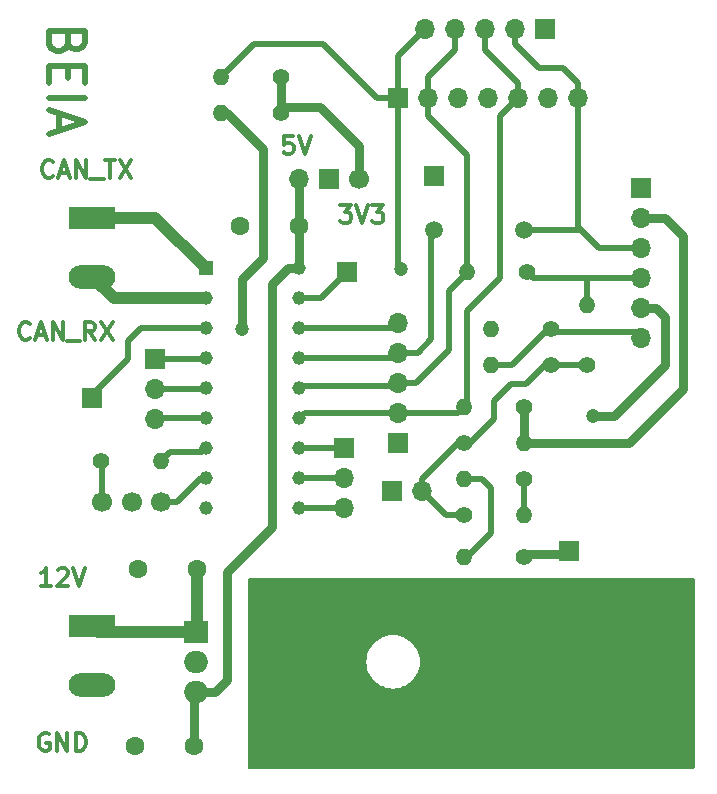
<source format=gbr>
%TF.GenerationSoftware,KiCad,Pcbnew,(6.0.4)*%
%TF.CreationDate,2022-07-11T12:49:23+03:00*%
%TF.ProjectId,V1_mini_mcp2515_based,56315f6d-696e-4695-9f6d-637032353135,rev?*%
%TF.SameCoordinates,Original*%
%TF.FileFunction,Copper,L1,Top*%
%TF.FilePolarity,Positive*%
%FSLAX46Y46*%
G04 Gerber Fmt 4.6, Leading zero omitted, Abs format (unit mm)*
G04 Created by KiCad (PCBNEW (6.0.4)) date 2022-07-11 12:49:23*
%MOMM*%
%LPD*%
G01*
G04 APERTURE LIST*
%ADD10C,0.300000*%
%TA.AperFunction,NonConductor*%
%ADD11C,0.300000*%
%TD*%
%ADD12C,0.500000*%
%TA.AperFunction,NonConductor*%
%ADD13C,0.500000*%
%TD*%
%TA.AperFunction,ComponentPad*%
%ADD14R,1.700000X1.700000*%
%TD*%
%TA.AperFunction,ComponentPad*%
%ADD15O,1.400000X1.400000*%
%TD*%
%TA.AperFunction,ComponentPad*%
%ADD16C,1.400000*%
%TD*%
%TA.AperFunction,ComponentPad*%
%ADD17O,1.700000X1.700000*%
%TD*%
%TA.AperFunction,ComponentPad*%
%ADD18C,1.700000*%
%TD*%
%TA.AperFunction,ComponentPad*%
%ADD19R,3.960000X1.980000*%
%TD*%
%TA.AperFunction,ComponentPad*%
%ADD20O,3.960000X1.980000*%
%TD*%
%TA.AperFunction,ComponentPad*%
%ADD21R,1.159000X1.159000*%
%TD*%
%TA.AperFunction,ComponentPad*%
%ADD22C,1.159000*%
%TD*%
%TA.AperFunction,ComponentPad*%
%ADD23C,1.600000*%
%TD*%
%TA.AperFunction,ComponentPad*%
%ADD24R,2.000000X1.905000*%
%TD*%
%TA.AperFunction,ComponentPad*%
%ADD25O,2.000000X1.905000*%
%TD*%
%TA.AperFunction,ViaPad*%
%ADD26C,1.500000*%
%TD*%
%TA.AperFunction,ViaPad*%
%ADD27C,1.200000*%
%TD*%
%TA.AperFunction,Conductor*%
%ADD28C,0.750000*%
%TD*%
%TA.AperFunction,Conductor*%
%ADD29C,0.500000*%
%TD*%
%TA.AperFunction,Conductor*%
%ADD30C,1.000000*%
%TD*%
G04 APERTURE END LIST*
D10*
D11*
X38735142Y-146062000D02*
X38592285Y-145990571D01*
X38378000Y-145990571D01*
X38163714Y-146062000D01*
X38020857Y-146204857D01*
X37949428Y-146347714D01*
X37878000Y-146633428D01*
X37878000Y-146847714D01*
X37949428Y-147133428D01*
X38020857Y-147276285D01*
X38163714Y-147419142D01*
X38378000Y-147490571D01*
X38520857Y-147490571D01*
X38735142Y-147419142D01*
X38806571Y-147347714D01*
X38806571Y-146847714D01*
X38520857Y-146847714D01*
X39449428Y-147490571D02*
X39449428Y-145990571D01*
X40306571Y-147490571D01*
X40306571Y-145990571D01*
X41020857Y-147490571D02*
X41020857Y-145990571D01*
X41378000Y-145990571D01*
X41592285Y-146062000D01*
X41735142Y-146204857D01*
X41806571Y-146347714D01*
X41878000Y-146633428D01*
X41878000Y-146847714D01*
X41806571Y-147133428D01*
X41735142Y-147276285D01*
X41592285Y-147419142D01*
X41378000Y-147490571D01*
X41020857Y-147490571D01*
D10*
D11*
X38949428Y-133520571D02*
X38092285Y-133520571D01*
X38520857Y-133520571D02*
X38520857Y-132020571D01*
X38378000Y-132234857D01*
X38235142Y-132377714D01*
X38092285Y-132449142D01*
X39520857Y-132163428D02*
X39592285Y-132092000D01*
X39735142Y-132020571D01*
X40092285Y-132020571D01*
X40235142Y-132092000D01*
X40306571Y-132163428D01*
X40378000Y-132306285D01*
X40378000Y-132449142D01*
X40306571Y-132663428D01*
X39449428Y-133520571D01*
X40378000Y-133520571D01*
X40806571Y-132020571D02*
X41306571Y-133520571D01*
X41806571Y-132020571D01*
D10*
D11*
X63420857Y-101286571D02*
X64349428Y-101286571D01*
X63849428Y-101858000D01*
X64063714Y-101858000D01*
X64206571Y-101929428D01*
X64278000Y-102000857D01*
X64349428Y-102143714D01*
X64349428Y-102500857D01*
X64278000Y-102643714D01*
X64206571Y-102715142D01*
X64063714Y-102786571D01*
X63635142Y-102786571D01*
X63492285Y-102715142D01*
X63420857Y-102643714D01*
X64778000Y-101286571D02*
X65278000Y-102786571D01*
X65778000Y-101286571D01*
X66135142Y-101286571D02*
X67063714Y-101286571D01*
X66563714Y-101858000D01*
X66778000Y-101858000D01*
X66920857Y-101929428D01*
X66992285Y-102000857D01*
X67063714Y-102143714D01*
X67063714Y-102500857D01*
X66992285Y-102643714D01*
X66920857Y-102715142D01*
X66778000Y-102786571D01*
X66349428Y-102786571D01*
X66206571Y-102715142D01*
X66135142Y-102643714D01*
D10*
D11*
X59404285Y-95444571D02*
X58690000Y-95444571D01*
X58618571Y-96158857D01*
X58690000Y-96087428D01*
X58832857Y-96016000D01*
X59190000Y-96016000D01*
X59332857Y-96087428D01*
X59404285Y-96158857D01*
X59475714Y-96301714D01*
X59475714Y-96658857D01*
X59404285Y-96801714D01*
X59332857Y-96873142D01*
X59190000Y-96944571D01*
X58832857Y-96944571D01*
X58690000Y-96873142D01*
X58618571Y-96801714D01*
X59904285Y-95444571D02*
X60404285Y-96944571D01*
X60904285Y-95444571D01*
D10*
D11*
X37132000Y-112549714D02*
X37060571Y-112621142D01*
X36846285Y-112692571D01*
X36703428Y-112692571D01*
X36489142Y-112621142D01*
X36346285Y-112478285D01*
X36274857Y-112335428D01*
X36203428Y-112049714D01*
X36203428Y-111835428D01*
X36274857Y-111549714D01*
X36346285Y-111406857D01*
X36489142Y-111264000D01*
X36703428Y-111192571D01*
X36846285Y-111192571D01*
X37060571Y-111264000D01*
X37132000Y-111335428D01*
X37703428Y-112264000D02*
X38417714Y-112264000D01*
X37560571Y-112692571D02*
X38060571Y-111192571D01*
X38560571Y-112692571D01*
X39060571Y-112692571D02*
X39060571Y-111192571D01*
X39917714Y-112692571D01*
X39917714Y-111192571D01*
X40274857Y-112835428D02*
X41417714Y-112835428D01*
X42632000Y-112692571D02*
X42132000Y-111978285D01*
X41774857Y-112692571D02*
X41774857Y-111192571D01*
X42346285Y-111192571D01*
X42489142Y-111264000D01*
X42560571Y-111335428D01*
X42632000Y-111478285D01*
X42632000Y-111692571D01*
X42560571Y-111835428D01*
X42489142Y-111906857D01*
X42346285Y-111978285D01*
X41774857Y-111978285D01*
X43132000Y-111192571D02*
X44132000Y-112692571D01*
X44132000Y-111192571D02*
X43132000Y-112692571D01*
D10*
D11*
X39088571Y-98833714D02*
X39017142Y-98905142D01*
X38802857Y-98976571D01*
X38660000Y-98976571D01*
X38445714Y-98905142D01*
X38302857Y-98762285D01*
X38231428Y-98619428D01*
X38160000Y-98333714D01*
X38160000Y-98119428D01*
X38231428Y-97833714D01*
X38302857Y-97690857D01*
X38445714Y-97548000D01*
X38660000Y-97476571D01*
X38802857Y-97476571D01*
X39017142Y-97548000D01*
X39088571Y-97619428D01*
X39660000Y-98548000D02*
X40374285Y-98548000D01*
X39517142Y-98976571D02*
X40017142Y-97476571D01*
X40517142Y-98976571D01*
X41017142Y-98976571D02*
X41017142Y-97476571D01*
X41874285Y-98976571D01*
X41874285Y-97476571D01*
X42231428Y-99119428D02*
X43374285Y-99119428D01*
X43517142Y-97476571D02*
X44374285Y-97476571D01*
X43945714Y-98976571D02*
X43945714Y-97476571D01*
X44731428Y-97476571D02*
X45731428Y-98976571D01*
X45731428Y-97476571D02*
X44731428Y-98976571D01*
D12*
D13*
X40346285Y-87535142D02*
X40203428Y-87963714D01*
X40060571Y-88106571D01*
X39774857Y-88249428D01*
X39346285Y-88249428D01*
X39060571Y-88106571D01*
X38917714Y-87963714D01*
X38774857Y-87678000D01*
X38774857Y-86535142D01*
X41774857Y-86535142D01*
X41774857Y-87535142D01*
X41632000Y-87820857D01*
X41489142Y-87963714D01*
X41203428Y-88106571D01*
X40917714Y-88106571D01*
X40632000Y-87963714D01*
X40489142Y-87820857D01*
X40346285Y-87535142D01*
X40346285Y-86535142D01*
X40346285Y-89535142D02*
X40346285Y-90535142D01*
X38774857Y-90963714D02*
X38774857Y-89535142D01*
X41774857Y-89535142D01*
X41774857Y-90963714D01*
X38774857Y-92249428D02*
X41774857Y-92249428D01*
X39632000Y-93535142D02*
X39632000Y-94963714D01*
X38774857Y-93249428D02*
X41774857Y-94249428D01*
X38774857Y-95249428D01*
D14*
%TO.P,J11,1,Pin_1*%
%TO.N,+3V3*%
X71374000Y-98806000D03*
%TD*%
%TO.P,J10,1,Pin_1*%
%TO.N,+3V3*%
X82804000Y-130556000D03*
%TD*%
D15*
%TO.P,R9,2*%
%TO.N,SPI_SS*%
X76200000Y-111760000D03*
D16*
%TO.P,R9,1*%
%TO.N,Net-(J14-Pad6)*%
X81280000Y-111760000D03*
%TD*%
%TO.P,R12,1*%
%TO.N,Net-(JP1-Pad2)*%
X73914000Y-127508000D03*
D15*
%TO.P,R12,2*%
%TO.N,Net-(J14-Pad5)*%
X78994000Y-127508000D03*
%TD*%
D16*
%TO.P,R11,1*%
%TO.N,Net-(J14-Pad5)*%
X78994000Y-124460000D03*
D15*
%TO.P,R11,2*%
%TO.N,/SS*%
X73914000Y-124460000D03*
%TD*%
D16*
%TO.P,R10,1*%
%TO.N,Net-(JP1-Pad2)*%
X81280000Y-114808000D03*
D15*
%TO.P,R10,2*%
%TO.N,Net-(J14-Pad6)*%
X76200000Y-114808000D03*
%TD*%
%TO.P,R8,2*%
%TO.N,Net-(J14-Pad4)*%
X84328000Y-109728000D03*
D16*
%TO.P,R8,1*%
%TO.N,Net-(JP1-Pad2)*%
X84328000Y-114808000D03*
%TD*%
%TO.P,R7,1*%
%TO.N,Net-(J14-Pad4)*%
X79248000Y-106934000D03*
D15*
%TO.P,R7,2*%
%TO.N,SPI_MOSI*%
X74168000Y-106934000D03*
%TD*%
D14*
%TO.P,JP1,1,A*%
%TO.N,GND*%
X67813000Y-125476000D03*
D17*
%TO.P,JP1,2,B*%
%TO.N,Net-(JP1-Pad2)*%
X70353000Y-125476000D03*
%TD*%
D14*
%TO.P,J14,1,Pin_1*%
%TO.N,GND*%
X88900000Y-99822000D03*
D17*
%TO.P,J14,2,Pin_2*%
%TO.N,Net-(J14-Pad2)*%
X88900000Y-102362000D03*
%TO.P,J14,3,Pin_3*%
%TO.N,SPI_MISO*%
X88900000Y-104902000D03*
%TO.P,J14,4,Pin_4*%
%TO.N,Net-(J14-Pad4)*%
X88900000Y-107442000D03*
%TO.P,J14,5,Pin_5*%
%TO.N,Net-(J14-Pad5)*%
X88900000Y-109982000D03*
%TO.P,J14,6,Pin_6*%
%TO.N,Net-(J14-Pad6)*%
X88900000Y-112522000D03*
%TD*%
D18*
%TO.P,J8,1,Pin_1*%
%TO.N,+3V3*%
X65009000Y-99060000D03*
D14*
%TO.P,J8,2,Pin_2*%
%TO.N,GND*%
X62469000Y-99060000D03*
D17*
%TO.P,J8,3,Pin_3*%
%TO.N,+5V*%
X59929000Y-99060000D03*
%TD*%
D14*
%TO.P,J6,1,Pin_1*%
%TO.N,Net-(IC1-Pad12)*%
X63754000Y-121891000D03*
D17*
%TO.P,J6,2,Pin_2*%
%TO.N,Net-(IC1-Pad11)*%
X63754000Y-124431000D03*
%TO.P,J6,3,Pin_3*%
%TO.N,Net-(IC1-Pad10)*%
X63754000Y-126971000D03*
%TD*%
D14*
%TO.P,J4,1,Pin_1*%
%TO.N,Net-(IC1-Pad4)*%
X47752000Y-114300000D03*
D17*
%TO.P,J4,2,Pin_2*%
%TO.N,Net-(IC1-Pad5)*%
X47752000Y-116840000D03*
%TO.P,J4,3,Pin_3*%
%TO.N,Net-(IC1-Pad6)*%
X47752000Y-119380000D03*
%TD*%
D14*
%TO.P,J3,1,Pin_1*%
%TO.N,Net-(IC1-Pad3)*%
X42418000Y-117602000D03*
%TD*%
D19*
%TO.P,J12,1,Pin_1*%
%TO.N,+12V*%
X42418000Y-136935000D03*
D20*
%TO.P,J12,2,Pin_2*%
%TO.N,GND*%
X42418000Y-141935000D03*
%TD*%
D21*
%TO.P,IC1,1,TXCAN*%
%TO.N,Net-(IC1-Pad1)*%
X52006000Y-106622000D03*
D22*
%TO.P,IC1,2,RXCAN*%
%TO.N,Net-(IC1-Pad2)*%
X52006000Y-109162000D03*
%TO.P,IC1,3,CLKOUT/SOF*%
%TO.N,Net-(IC1-Pad3)*%
X52006000Y-111702000D03*
%TO.P,IC1,4,~{TX0RTS}*%
%TO.N,Net-(IC1-Pad4)*%
X52006000Y-114242000D03*
%TO.P,IC1,5,~{TX1RTS}*%
%TO.N,Net-(IC1-Pad5)*%
X52006000Y-116782000D03*
%TO.P,IC1,6,~{TX2RTS}*%
%TO.N,Net-(IC1-Pad6)*%
X52006000Y-119322000D03*
%TO.P,IC1,7,OSC2*%
%TO.N,Net-(IC1-Pad7)*%
X52006000Y-121862000D03*
%TO.P,IC1,8,OSC1*%
%TO.N,Net-(IC1-Pad8)*%
X52006000Y-124402000D03*
%TO.P,IC1,9,VSS*%
%TO.N,GND*%
X52006000Y-126942000D03*
%TO.P,IC1,10,~{RX1BF}*%
%TO.N,Net-(IC1-Pad10)*%
X59944000Y-126942000D03*
%TO.P,IC1,11,~{RX0BF}*%
%TO.N,Net-(IC1-Pad11)*%
X59944000Y-124402000D03*
%TO.P,IC1,12,~{INT}*%
%TO.N,Net-(IC1-Pad12)*%
X59944000Y-121862000D03*
%TO.P,IC1,13,SCK*%
%TO.N,SPI_CLK*%
X59944000Y-119322000D03*
%TO.P,IC1,14,SI*%
%TO.N,SPI_MOSI*%
X59944000Y-116782000D03*
%TO.P,IC1,15,SO*%
%TO.N,SPI_MISO*%
X59944000Y-114242000D03*
%TO.P,IC1,16,~{CS}*%
%TO.N,SPI_SS*%
X59944000Y-111702000D03*
%TO.P,IC1,17,~{RESET}*%
%TO.N,Net-(IC1-Pad17)*%
X59944000Y-109162000D03*
%TO.P,IC1,18,VDD*%
%TO.N,+5V*%
X59944000Y-106622000D03*
%TD*%
D16*
%TO.P,R4,1*%
%TO.N,+3V3*%
X58420000Y-93472000D03*
D15*
%TO.P,R4,2*%
%TO.N,SPI_SS*%
X53340000Y-93472000D03*
%TD*%
D14*
%TO.P,J9,1,Pin_1*%
%TO.N,GND*%
X68326000Y-121407000D03*
D17*
%TO.P,J9,2,Pin_2*%
%TO.N,SPI_CLK*%
X68326000Y-118867000D03*
%TO.P,J9,3,Pin_3*%
%TO.N,SPI_MOSI*%
X68326000Y-116327000D03*
%TO.P,J9,4,Pin_4*%
%TO.N,SPI_MISO*%
X68326000Y-113787000D03*
%TO.P,J9,5,Pin_5*%
%TO.N,SPI_SS*%
X68326000Y-111247000D03*
%TD*%
D23*
%TO.P,C2,1*%
%TO.N,GND*%
X46268000Y-132080000D03*
%TO.P,C2,2*%
%TO.N,+12V*%
X51268000Y-132080000D03*
%TD*%
D16*
%TO.P,R5,1*%
%TO.N,Net-(J14-Pad2)*%
X78994000Y-118364000D03*
D15*
%TO.P,R5,2*%
%TO.N,SPI_CLK*%
X73914000Y-118364000D03*
%TD*%
D16*
%TO.P,R3,1*%
%TO.N,+3V3*%
X58420000Y-90424000D03*
D15*
%TO.P,R3,2*%
%TO.N,/SS*%
X53340000Y-90424000D03*
%TD*%
D19*
%TO.P,J2,1,Pin_1*%
%TO.N,Net-(IC1-Pad1)*%
X42418000Y-102362000D03*
D20*
%TO.P,J2,2,Pin_2*%
%TO.N,Net-(IC1-Pad2)*%
X42418000Y-107362000D03*
%TD*%
D16*
%TO.P,R1,1*%
%TO.N,Net-(R1-Pad1)*%
X43180000Y-122936000D03*
D15*
%TO.P,R1,2*%
%TO.N,Net-(IC1-Pad7)*%
X48260000Y-122936000D03*
%TD*%
D16*
%TO.P,R6,1*%
%TO.N,Net-(JP1-Pad2)*%
X73914000Y-121412000D03*
D15*
%TO.P,R6,2*%
%TO.N,Net-(J14-Pad2)*%
X78994000Y-121412000D03*
%TD*%
D23*
%TO.P,C1,1*%
%TO.N,+5V*%
X59904000Y-103095000D03*
%TO.P,C1,2*%
%TO.N,GND*%
X54904000Y-103095000D03*
%TD*%
D18*
%TO.P,Y1,1,1*%
%TO.N,Net-(IC1-Pad8)*%
X48260000Y-126463000D03*
%TO.P,Y1,2,2*%
%TO.N,GND*%
X45760000Y-126463000D03*
%TO.P,Y1,3,3*%
%TO.N,Net-(R1-Pad1)*%
X43260000Y-126463000D03*
%TD*%
D14*
%TO.P,J7,1,Pin_1*%
%TO.N,Net-(IC1-Pad17)*%
X64008000Y-106934000D03*
%TD*%
D16*
%TO.P,R2,1*%
%TO.N,+3V3*%
X78994000Y-131064000D03*
D15*
%TO.P,R2,2*%
%TO.N,/SS*%
X73914000Y-131064000D03*
%TD*%
D14*
%TO.P,J13,1,Pin_1*%
%TO.N,GND*%
X80772000Y-86360000D03*
D17*
%TO.P,J13,2,Pin_2*%
%TO.N,SPI_MISO*%
X78232000Y-86360000D03*
%TO.P,J13,3,Pin_3*%
%TO.N,SPI_CLK*%
X75692000Y-86360000D03*
%TO.P,J13,4,Pin_4*%
%TO.N,SPI_MOSI*%
X73152000Y-86360000D03*
%TO.P,J13,5,Pin_5*%
%TO.N,/SS*%
X70612000Y-86360000D03*
%TD*%
D23*
%TO.P,C3,1*%
%TO.N,+5V*%
X51014000Y-147066000D03*
%TO.P,C3,2*%
%TO.N,GND*%
X46014000Y-147066000D03*
%TD*%
D24*
%TO.P,U1,1,VI*%
%TO.N,+12V*%
X51222000Y-137414000D03*
D25*
%TO.P,U1,2,GND*%
%TO.N,GND*%
X51222000Y-139954000D03*
%TO.P,U1,3,VO*%
%TO.N,+5V*%
X51222000Y-142494000D03*
%TD*%
D14*
%TO.P,J1,1,Pin_1*%
%TO.N,/SS*%
X68326000Y-92202000D03*
D17*
%TO.P,J1,2,Pin_2*%
%TO.N,SPI_MOSI*%
X70866000Y-92202000D03*
%TO.P,J1,3,Pin_3*%
%TO.N,GND*%
X73406000Y-92202000D03*
%TO.P,J1,4,Pin_4*%
%TO.N,+3V3*%
X75946000Y-92202000D03*
%TO.P,J1,5,Pin_5*%
%TO.N,SPI_CLK*%
X78486000Y-92202000D03*
%TO.P,J1,6,Pin_6*%
%TO.N,GND*%
X81026000Y-92202000D03*
%TO.P,J1,7,Pin_7*%
%TO.N,SPI_MISO*%
X83566000Y-92202000D03*
%TD*%
D26*
%TO.N,SPI_MISO*%
X78994000Y-103378000D03*
X71374000Y-103378000D03*
D27*
%TO.N,GND*%
X91440000Y-133858000D03*
%TO.N,Net-(J14-Pad5)*%
X84836000Y-119126000D03*
%TO.N,SPI_SS*%
X55118000Y-111760000D03*
%TO.N,/SS*%
X68580000Y-106680000D03*
%TD*%
D28*
%TO.N,SPI_SS*%
X53848000Y-93472000D02*
X53340000Y-93472000D01*
X56896000Y-96520000D02*
X53848000Y-93472000D01*
X56896000Y-105791000D02*
X56896000Y-96520000D01*
X55118000Y-107569000D02*
X56896000Y-105791000D01*
%TO.N,+3V3*%
X58420000Y-90424000D02*
X58420000Y-93472000D01*
%TO.N,SPI_SS*%
X55118000Y-111760000D02*
X55118000Y-107569000D01*
%TO.N,+3V3*%
X58928000Y-92964000D02*
X58420000Y-93472000D01*
X65009000Y-96251000D02*
X61722000Y-92964000D01*
X61722000Y-92964000D02*
X58928000Y-92964000D01*
X65009000Y-99060000D02*
X65009000Y-96251000D01*
D29*
%TO.N,Net-(IC1-Pad8)*%
X51620000Y-124402000D02*
X52006000Y-124402000D01*
X49559000Y-126463000D02*
X51620000Y-124402000D01*
X48260000Y-126463000D02*
X49559000Y-126463000D01*
%TO.N,Net-(IC1-Pad7)*%
X51694000Y-122174000D02*
X52006000Y-121862000D01*
X48260000Y-122936000D02*
X49022000Y-122174000D01*
X49022000Y-122174000D02*
X51694000Y-122174000D01*
%TO.N,Net-(IC1-Pad5)*%
X51948000Y-116840000D02*
X52006000Y-116782000D01*
X47752000Y-116840000D02*
X51948000Y-116840000D01*
%TO.N,Net-(IC1-Pad4)*%
X51948000Y-114300000D02*
X52006000Y-114242000D01*
X47752000Y-114300000D02*
X51948000Y-114300000D01*
%TO.N,Net-(IC1-Pad6)*%
X47810000Y-119322000D02*
X47752000Y-119380000D01*
X52006000Y-119322000D02*
X47810000Y-119322000D01*
D28*
%TO.N,+3V3*%
X79248000Y-130810000D02*
X82550000Y-130810000D01*
X82550000Y-130810000D02*
X82804000Y-130556000D01*
X78994000Y-131064000D02*
X79248000Y-130810000D01*
D29*
%TO.N,/SS*%
X74168000Y-131064000D02*
X73914000Y-131064000D01*
X76200000Y-129032000D02*
X74168000Y-131064000D01*
X76200000Y-125222000D02*
X76200000Y-129032000D01*
X75438000Y-124460000D02*
X76200000Y-125222000D01*
X73914000Y-124460000D02*
X75438000Y-124460000D01*
%TO.N,Net-(JP1-Pad2)*%
X73406000Y-121412000D02*
X70353000Y-124465000D01*
X73914000Y-121412000D02*
X73406000Y-121412000D01*
X70353000Y-124465000D02*
X70353000Y-125476000D01*
D28*
%TO.N,Net-(J14-Pad5)*%
X86614000Y-119126000D02*
X84836000Y-119126000D01*
X90932000Y-110744000D02*
X90932000Y-114808000D01*
X90932000Y-114808000D02*
X86614000Y-119126000D01*
X90170000Y-109982000D02*
X90932000Y-110744000D01*
X88900000Y-109982000D02*
X90170000Y-109982000D01*
%TO.N,Net-(J14-Pad2)*%
X92456000Y-116840000D02*
X87884000Y-121412000D01*
X92456000Y-103886000D02*
X92456000Y-116840000D01*
X87884000Y-121412000D02*
X78994000Y-121412000D01*
X90932000Y-102362000D02*
X92456000Y-103886000D01*
X88900000Y-102362000D02*
X90932000Y-102362000D01*
D29*
%TO.N,Net-(JP1-Pad2)*%
X74422000Y-121412000D02*
X73914000Y-121412000D01*
X76454000Y-117856000D02*
X76454000Y-119380000D01*
X79121000Y-116459000D02*
X77851000Y-116459000D01*
X80772000Y-114808000D02*
X79121000Y-116459000D01*
X77851000Y-116459000D02*
X76454000Y-117856000D01*
X76454000Y-119380000D02*
X74422000Y-121412000D01*
X81280000Y-114808000D02*
X80772000Y-114808000D01*
D28*
%TO.N,Net-(J14-Pad2)*%
X78994000Y-121412000D02*
X78994000Y-118364000D01*
D29*
%TO.N,SPI_CLK*%
X68331000Y-118872000D02*
X68326000Y-118867000D01*
X73406000Y-118872000D02*
X68331000Y-118872000D01*
X73914000Y-118364000D02*
X73406000Y-118872000D01*
X74168000Y-118110000D02*
X73914000Y-118364000D01*
X74168000Y-110236000D02*
X74168000Y-118110000D01*
X76962000Y-107442000D02*
X74168000Y-110236000D01*
X78486000Y-92202000D02*
X76962000Y-93726000D01*
X76962000Y-93726000D02*
X76962000Y-107442000D01*
%TO.N,Net-(J14-Pad5)*%
X78994000Y-124460000D02*
X78994000Y-127508000D01*
%TO.N,Net-(JP1-Pad2)*%
X70353000Y-125476000D02*
X72385000Y-127508000D01*
X72385000Y-127508000D02*
X73914000Y-127508000D01*
X84328000Y-114808000D02*
X81280000Y-114808000D01*
%TO.N,Net-(J14-Pad4)*%
X84328000Y-109728000D02*
X84328000Y-107442000D01*
%TO.N,Net-(J14-Pad6)*%
X81534000Y-112014000D02*
X88392000Y-112014000D01*
X81280000Y-111760000D02*
X81534000Y-112014000D01*
X88392000Y-112014000D02*
X88900000Y-112522000D01*
X77978000Y-114808000D02*
X81026000Y-111760000D01*
X76200000Y-114808000D02*
X77978000Y-114808000D01*
X81026000Y-111760000D02*
X81280000Y-111760000D01*
%TO.N,Net-(J14-Pad4)*%
X79248000Y-106934000D02*
X79756000Y-107442000D01*
X79756000Y-107442000D02*
X84328000Y-107442000D01*
X84328000Y-107442000D02*
X88900000Y-107442000D01*
%TO.N,SPI_MISO*%
X71120000Y-103632000D02*
X71120000Y-112649000D01*
X69982000Y-113787000D02*
X68326000Y-113787000D01*
X71374000Y-103378000D02*
X71120000Y-103632000D01*
X71120000Y-112649000D02*
X69982000Y-113787000D01*
%TO.N,SPI_MOSI*%
X72644000Y-108585000D02*
X74168000Y-107061000D01*
X69855000Y-116327000D02*
X72644000Y-113538000D01*
X72644000Y-113538000D02*
X72644000Y-108585000D01*
X68326000Y-116327000D02*
X69855000Y-116327000D01*
X74168000Y-107061000D02*
X74168000Y-106934000D01*
X68067000Y-116586000D02*
X68326000Y-116327000D01*
X60140000Y-116586000D02*
X68067000Y-116586000D01*
X59944000Y-116782000D02*
X60140000Y-116586000D01*
%TO.N,Net-(IC1-Pad3)*%
X45466000Y-112776000D02*
X46540000Y-111702000D01*
X45466000Y-114300000D02*
X45466000Y-112776000D01*
X42418000Y-117602000D02*
X42672000Y-117348000D01*
X42672000Y-117348000D02*
X42672000Y-117094000D01*
X42672000Y-117094000D02*
X45466000Y-114300000D01*
X46540000Y-111702000D02*
X52006000Y-111702000D01*
D30*
%TO.N,Net-(IC1-Pad2)*%
X44218000Y-109162000D02*
X42418000Y-107362000D01*
X52006000Y-109162000D02*
X44218000Y-109162000D01*
D29*
%TO.N,SPI_MISO*%
X83566000Y-90932000D02*
X83566000Y-92202000D01*
X80264000Y-89662000D02*
X82296000Y-89662000D01*
X82296000Y-89662000D02*
X83566000Y-90932000D01*
X78232000Y-86360000D02*
X78232000Y-87630000D01*
X78232000Y-87630000D02*
X80264000Y-89662000D01*
%TO.N,SPI_CLK*%
X78486000Y-90932000D02*
X78486000Y-92202000D01*
X75692000Y-86360000D02*
X75692000Y-88138000D01*
X75692000Y-88138000D02*
X78486000Y-90932000D01*
%TO.N,SPI_MOSI*%
X70866000Y-93726000D02*
X70866000Y-92202000D01*
X74168000Y-97028000D02*
X70866000Y-93726000D01*
X74168000Y-106934000D02*
X74168000Y-97028000D01*
%TO.N,SPI_MISO*%
X83566000Y-103378000D02*
X83566000Y-102616000D01*
X78994000Y-103378000D02*
X83566000Y-103378000D01*
X83566000Y-103124000D02*
X83566000Y-102616000D01*
X85344000Y-104902000D02*
X83566000Y-103124000D01*
X88900000Y-104902000D02*
X85344000Y-104902000D01*
%TO.N,/SS*%
X68326000Y-106426000D02*
X68326000Y-92202000D01*
X68580000Y-106680000D02*
X68326000Y-106426000D01*
D28*
%TO.N,+5V*%
X58986000Y-106622000D02*
X59944000Y-106622000D01*
X57658000Y-107950000D02*
X58986000Y-106622000D01*
X52832000Y-142494000D02*
X53848000Y-141478000D01*
X51222000Y-142494000D02*
X52832000Y-142494000D01*
X53848000Y-141478000D02*
X53848000Y-132334000D01*
X53848000Y-132334000D02*
X57658000Y-128524000D01*
X57658000Y-128524000D02*
X57658000Y-107950000D01*
D30*
%TO.N,+12V*%
X42418000Y-136935000D02*
X42897000Y-137414000D01*
X42897000Y-137414000D02*
X51222000Y-137414000D01*
D29*
%TO.N,SPI_MOSI*%
X73152000Y-88138000D02*
X70866000Y-90424000D01*
X73152000Y-86360000D02*
X73152000Y-88138000D01*
X70866000Y-90424000D02*
X70866000Y-92202000D01*
%TO.N,SPI_MISO*%
X83566000Y-101854000D02*
X83566000Y-92202000D01*
X83566000Y-102616000D02*
X83566000Y-101854000D01*
%TO.N,Net-(R1-Pad1)*%
X43260000Y-123016000D02*
X43260000Y-126463000D01*
X43180000Y-122936000D02*
X43260000Y-123016000D01*
%TO.N,Net-(IC1-Pad17)*%
X61780000Y-109162000D02*
X64008000Y-106934000D01*
X59944000Y-109162000D02*
X61780000Y-109162000D01*
%TO.N,Net-(IC1-Pad10)*%
X63725000Y-126942000D02*
X63754000Y-126971000D01*
X59944000Y-126942000D02*
X63725000Y-126942000D01*
%TO.N,Net-(IC1-Pad11)*%
X59973000Y-124431000D02*
X59944000Y-124402000D01*
X63754000Y-124431000D02*
X59973000Y-124431000D01*
%TO.N,Net-(IC1-Pad12)*%
X59944000Y-121862000D02*
X63725000Y-121862000D01*
X63725000Y-121862000D02*
X63754000Y-121891000D01*
%TO.N,SPI_CLK*%
X60399000Y-118867000D02*
X59944000Y-119322000D01*
X68326000Y-118867000D02*
X60399000Y-118867000D01*
%TO.N,SPI_MISO*%
X67871000Y-114242000D02*
X68326000Y-113787000D01*
X59944000Y-114242000D02*
X67871000Y-114242000D01*
%TO.N,SPI_SS*%
X67871000Y-111702000D02*
X68326000Y-111247000D01*
X59944000Y-111702000D02*
X67871000Y-111702000D01*
%TO.N,/SS*%
X68326000Y-88646000D02*
X70612000Y-86360000D01*
X68326000Y-92202000D02*
X68326000Y-88646000D01*
X61976000Y-87630000D02*
X66548000Y-92202000D01*
X56134000Y-87630000D02*
X61976000Y-87630000D01*
X66548000Y-92202000D02*
X68326000Y-92202000D01*
X53340000Y-90424000D02*
X56134000Y-87630000D01*
D28*
%TO.N,+5V*%
X59929000Y-103070000D02*
X59904000Y-103095000D01*
X59929000Y-99060000D02*
X59929000Y-103070000D01*
X59944000Y-103135000D02*
X59904000Y-103095000D01*
X59944000Y-106622000D02*
X59944000Y-103135000D01*
D30*
%TO.N,+12V*%
X51268000Y-137368000D02*
X51222000Y-137414000D01*
X51268000Y-132080000D02*
X51268000Y-137368000D01*
D28*
%TO.N,+5V*%
X51014000Y-142702000D02*
X51222000Y-142494000D01*
X51014000Y-147066000D02*
X51014000Y-142702000D01*
D30*
%TO.N,Net-(IC1-Pad1)*%
X42418000Y-102362000D02*
X47746000Y-102362000D01*
X47746000Y-102362000D02*
X52006000Y-106622000D01*
%TD*%
%TA.AperFunction,Conductor*%
%TO.N,GND*%
G36*
X93363621Y-132862002D02*
G01*
X93410114Y-132915658D01*
X93421500Y-132968000D01*
X93421500Y-148921500D01*
X93401498Y-148989621D01*
X93347842Y-149036114D01*
X93295500Y-149047500D01*
X55752000Y-149047500D01*
X55683879Y-149027498D01*
X55637386Y-148973842D01*
X55626000Y-148921500D01*
X55626000Y-139954000D01*
X65618654Y-139954000D01*
X65638017Y-140249426D01*
X65695776Y-140539797D01*
X65790941Y-140820145D01*
X65921885Y-141085673D01*
X66086367Y-141331838D01*
X66089081Y-141334932D01*
X66089085Y-141334938D01*
X66278864Y-141551338D01*
X66281573Y-141554427D01*
X66284662Y-141557136D01*
X66501062Y-141746915D01*
X66501068Y-141746919D01*
X66504162Y-141749633D01*
X66507588Y-141751922D01*
X66507593Y-141751926D01*
X66691405Y-141874744D01*
X66750327Y-141914115D01*
X66754026Y-141915939D01*
X66754031Y-141915942D01*
X66890313Y-141983148D01*
X67015855Y-142045059D01*
X67019760Y-142046384D01*
X67019761Y-142046385D01*
X67292290Y-142138896D01*
X67292294Y-142138897D01*
X67296203Y-142140224D01*
X67300247Y-142141028D01*
X67300253Y-142141030D01*
X67582535Y-142197180D01*
X67582541Y-142197181D01*
X67586574Y-142197983D01*
X67590679Y-142198252D01*
X67590686Y-142198253D01*
X67877881Y-142217076D01*
X67882000Y-142217346D01*
X67886119Y-142217076D01*
X68173314Y-142198253D01*
X68173321Y-142198252D01*
X68177426Y-142197983D01*
X68181459Y-142197181D01*
X68181465Y-142197180D01*
X68463747Y-142141030D01*
X68463753Y-142141028D01*
X68467797Y-142140224D01*
X68471706Y-142138897D01*
X68471710Y-142138896D01*
X68744239Y-142046385D01*
X68744240Y-142046384D01*
X68748145Y-142045059D01*
X68873687Y-141983148D01*
X69009969Y-141915942D01*
X69009974Y-141915939D01*
X69013673Y-141914115D01*
X69072595Y-141874744D01*
X69256407Y-141751926D01*
X69256412Y-141751922D01*
X69259838Y-141749633D01*
X69262932Y-141746919D01*
X69262938Y-141746915D01*
X69479338Y-141557136D01*
X69482427Y-141554427D01*
X69485136Y-141551338D01*
X69674915Y-141334938D01*
X69674919Y-141334932D01*
X69677633Y-141331838D01*
X69842115Y-141085673D01*
X69973059Y-140820145D01*
X70068224Y-140539797D01*
X70125983Y-140249426D01*
X70145346Y-139954000D01*
X70125983Y-139658574D01*
X70068224Y-139368203D01*
X69973059Y-139087855D01*
X69842115Y-138822327D01*
X69677633Y-138576162D01*
X69674919Y-138573068D01*
X69674915Y-138573062D01*
X69485136Y-138356662D01*
X69482427Y-138353573D01*
X69479338Y-138350864D01*
X69262938Y-138161085D01*
X69262932Y-138161081D01*
X69259838Y-138158367D01*
X69256412Y-138156078D01*
X69256407Y-138156074D01*
X69017106Y-137996179D01*
X69013673Y-137993885D01*
X69009974Y-137992061D01*
X69009969Y-137992058D01*
X68873687Y-137924852D01*
X68748145Y-137862941D01*
X68744239Y-137861615D01*
X68471710Y-137769104D01*
X68471706Y-137769103D01*
X68467797Y-137767776D01*
X68463753Y-137766972D01*
X68463747Y-137766970D01*
X68181465Y-137710820D01*
X68181459Y-137710819D01*
X68177426Y-137710017D01*
X68173321Y-137709748D01*
X68173314Y-137709747D01*
X67886119Y-137690924D01*
X67882000Y-137690654D01*
X67877881Y-137690924D01*
X67590686Y-137709747D01*
X67590679Y-137709748D01*
X67586574Y-137710017D01*
X67582541Y-137710819D01*
X67582535Y-137710820D01*
X67300253Y-137766970D01*
X67300247Y-137766972D01*
X67296203Y-137767776D01*
X67292294Y-137769103D01*
X67292290Y-137769104D01*
X67019761Y-137861615D01*
X67015855Y-137862941D01*
X66890313Y-137924852D01*
X66754031Y-137992058D01*
X66754026Y-137992061D01*
X66750327Y-137993885D01*
X66746894Y-137996179D01*
X66507593Y-138156074D01*
X66507588Y-138156078D01*
X66504162Y-138158367D01*
X66501068Y-138161081D01*
X66501062Y-138161085D01*
X66284662Y-138350864D01*
X66281573Y-138353573D01*
X66278864Y-138356662D01*
X66089085Y-138573062D01*
X66089081Y-138573068D01*
X66086367Y-138576162D01*
X65921885Y-138822327D01*
X65790941Y-139087855D01*
X65695776Y-139368203D01*
X65638017Y-139658574D01*
X65618654Y-139954000D01*
X55626000Y-139954000D01*
X55626000Y-132968000D01*
X55646002Y-132899879D01*
X55699658Y-132853386D01*
X55752000Y-132842000D01*
X93295500Y-132842000D01*
X93363621Y-132862002D01*
G37*
%TD.AperFunction*%
%TD*%
M02*

</source>
